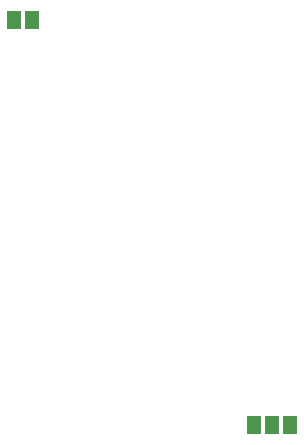
<source format=gbp>
G75*
%MOIN*%
%OFA0B0*%
%FSLAX25Y25*%
%IPPOS*%
%LPD*%
%AMOC8*
5,1,8,0,0,1.08239X$1,22.5*
%
%ADD10R,0.04600X0.06300*%
D10*
X0090678Y0028400D03*
X0096678Y0028400D03*
X0102678Y0028400D03*
X0016628Y0163500D03*
X0010628Y0163500D03*
M02*

</source>
